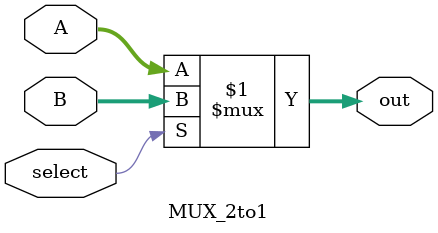
<source format=sv>
`timescale 1ns / 1ps

module MUX_2to1(
    input [31:0]  A,    // input data A
    input [31:0]  B,    // input data B
    input select,       // control signal
    
    output [31:0] out   // output data
    );
    
    assign out = select? B : A;
    
endmodule
</source>
